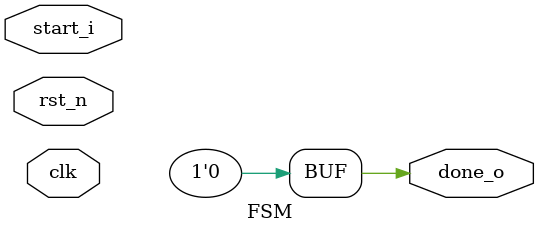
<source format=sv>


module FSM
(
    input   wire                    clk,
    input   wire                    rst_n,

    input   wire                    start_i,
    output  wire                    done_o
);
    assign done_o           = 1'b0;
endmodule
</source>
